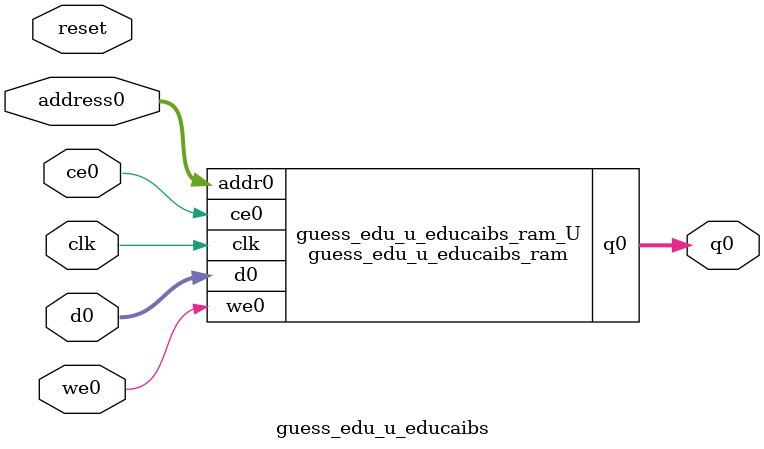
<source format=v>
`timescale 1 ns / 1 ps
module guess_edu_u_educaibs_ram (addr0, ce0, d0, we0, q0,  clk);

parameter DWIDTH = 32;
parameter AWIDTH = 4;
parameter MEM_SIZE = 12;

input[AWIDTH-1:0] addr0;
input ce0;
input[DWIDTH-1:0] d0;
input we0;
output reg[DWIDTH-1:0] q0;
input clk;

(* ram_style = "distributed" *)reg [DWIDTH-1:0] ram[0:MEM_SIZE-1];




always @(posedge clk)  
begin 
    if (ce0) 
    begin
        if (we0) 
        begin 
            ram[addr0] <= d0; 
        end 
        q0 <= ram[addr0];
    end
end


endmodule

`timescale 1 ns / 1 ps
module guess_edu_u_educaibs(
    reset,
    clk,
    address0,
    ce0,
    we0,
    d0,
    q0);

parameter DataWidth = 32'd32;
parameter AddressRange = 32'd12;
parameter AddressWidth = 32'd4;
input reset;
input clk;
input[AddressWidth - 1:0] address0;
input ce0;
input we0;
input[DataWidth - 1:0] d0;
output[DataWidth - 1:0] q0;



guess_edu_u_educaibs_ram guess_edu_u_educaibs_ram_U(
    .clk( clk ),
    .addr0( address0 ),
    .ce0( ce0 ),
    .we0( we0 ),
    .d0( d0 ),
    .q0( q0 ));

endmodule


</source>
